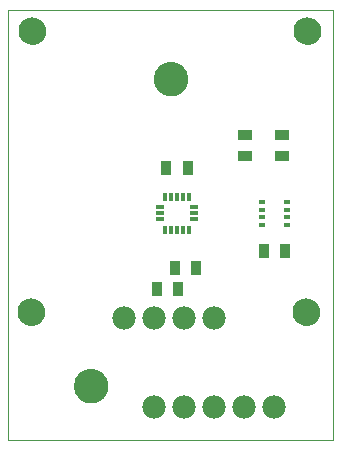
<source format=gts>
G75*
%MOIN*%
%OFA0B0*%
%FSLAX25Y25*%
%IPPOS*%
%LPD*%
%AMOC8*
5,1,8,0,0,1.08239X$1,22.5*
%
%ADD10C,0.00000*%
%ADD11C,0.11424*%
%ADD12C,0.09061*%
%ADD13R,0.05124X0.03550*%
%ADD14C,0.07800*%
%ADD15R,0.03550X0.05124*%
%ADD16R,0.02369X0.01778*%
%ADD17R,0.01502X0.03156*%
%ADD18R,0.03156X0.01502*%
D10*
X0022861Y0024554D02*
X0022861Y0167861D01*
X0131129Y0167861D01*
X0131129Y0024554D01*
X0022861Y0024554D01*
X0044908Y0042664D02*
X0044910Y0042812D01*
X0044916Y0042960D01*
X0044926Y0043108D01*
X0044940Y0043255D01*
X0044958Y0043402D01*
X0044979Y0043548D01*
X0045005Y0043694D01*
X0045035Y0043839D01*
X0045068Y0043983D01*
X0045106Y0044126D01*
X0045147Y0044268D01*
X0045192Y0044409D01*
X0045240Y0044549D01*
X0045293Y0044688D01*
X0045349Y0044825D01*
X0045409Y0044960D01*
X0045472Y0045094D01*
X0045539Y0045226D01*
X0045610Y0045356D01*
X0045684Y0045484D01*
X0045761Y0045610D01*
X0045842Y0045734D01*
X0045926Y0045856D01*
X0046013Y0045975D01*
X0046104Y0046092D01*
X0046198Y0046207D01*
X0046294Y0046319D01*
X0046394Y0046429D01*
X0046496Y0046535D01*
X0046602Y0046639D01*
X0046710Y0046740D01*
X0046821Y0046838D01*
X0046934Y0046934D01*
X0047050Y0047026D01*
X0047168Y0047115D01*
X0047289Y0047200D01*
X0047412Y0047283D01*
X0047537Y0047362D01*
X0047664Y0047438D01*
X0047793Y0047510D01*
X0047924Y0047579D01*
X0048057Y0047644D01*
X0048192Y0047705D01*
X0048328Y0047763D01*
X0048465Y0047818D01*
X0048604Y0047868D01*
X0048745Y0047915D01*
X0048886Y0047958D01*
X0049029Y0047998D01*
X0049173Y0048033D01*
X0049317Y0048065D01*
X0049463Y0048092D01*
X0049609Y0048116D01*
X0049756Y0048136D01*
X0049903Y0048152D01*
X0050050Y0048164D01*
X0050198Y0048172D01*
X0050346Y0048176D01*
X0050494Y0048176D01*
X0050642Y0048172D01*
X0050790Y0048164D01*
X0050937Y0048152D01*
X0051084Y0048136D01*
X0051231Y0048116D01*
X0051377Y0048092D01*
X0051523Y0048065D01*
X0051667Y0048033D01*
X0051811Y0047998D01*
X0051954Y0047958D01*
X0052095Y0047915D01*
X0052236Y0047868D01*
X0052375Y0047818D01*
X0052512Y0047763D01*
X0052648Y0047705D01*
X0052783Y0047644D01*
X0052916Y0047579D01*
X0053047Y0047510D01*
X0053176Y0047438D01*
X0053303Y0047362D01*
X0053428Y0047283D01*
X0053551Y0047200D01*
X0053672Y0047115D01*
X0053790Y0047026D01*
X0053906Y0046934D01*
X0054019Y0046838D01*
X0054130Y0046740D01*
X0054238Y0046639D01*
X0054344Y0046535D01*
X0054446Y0046429D01*
X0054546Y0046319D01*
X0054642Y0046207D01*
X0054736Y0046092D01*
X0054827Y0045975D01*
X0054914Y0045856D01*
X0054998Y0045734D01*
X0055079Y0045610D01*
X0055156Y0045484D01*
X0055230Y0045356D01*
X0055301Y0045226D01*
X0055368Y0045094D01*
X0055431Y0044960D01*
X0055491Y0044825D01*
X0055547Y0044688D01*
X0055600Y0044549D01*
X0055648Y0044409D01*
X0055693Y0044268D01*
X0055734Y0044126D01*
X0055772Y0043983D01*
X0055805Y0043839D01*
X0055835Y0043694D01*
X0055861Y0043548D01*
X0055882Y0043402D01*
X0055900Y0043255D01*
X0055914Y0043108D01*
X0055924Y0042960D01*
X0055930Y0042812D01*
X0055932Y0042664D01*
X0055930Y0042516D01*
X0055924Y0042368D01*
X0055914Y0042220D01*
X0055900Y0042073D01*
X0055882Y0041926D01*
X0055861Y0041780D01*
X0055835Y0041634D01*
X0055805Y0041489D01*
X0055772Y0041345D01*
X0055734Y0041202D01*
X0055693Y0041060D01*
X0055648Y0040919D01*
X0055600Y0040779D01*
X0055547Y0040640D01*
X0055491Y0040503D01*
X0055431Y0040368D01*
X0055368Y0040234D01*
X0055301Y0040102D01*
X0055230Y0039972D01*
X0055156Y0039844D01*
X0055079Y0039718D01*
X0054998Y0039594D01*
X0054914Y0039472D01*
X0054827Y0039353D01*
X0054736Y0039236D01*
X0054642Y0039121D01*
X0054546Y0039009D01*
X0054446Y0038899D01*
X0054344Y0038793D01*
X0054238Y0038689D01*
X0054130Y0038588D01*
X0054019Y0038490D01*
X0053906Y0038394D01*
X0053790Y0038302D01*
X0053672Y0038213D01*
X0053551Y0038128D01*
X0053428Y0038045D01*
X0053303Y0037966D01*
X0053176Y0037890D01*
X0053047Y0037818D01*
X0052916Y0037749D01*
X0052783Y0037684D01*
X0052648Y0037623D01*
X0052512Y0037565D01*
X0052375Y0037510D01*
X0052236Y0037460D01*
X0052095Y0037413D01*
X0051954Y0037370D01*
X0051811Y0037330D01*
X0051667Y0037295D01*
X0051523Y0037263D01*
X0051377Y0037236D01*
X0051231Y0037212D01*
X0051084Y0037192D01*
X0050937Y0037176D01*
X0050790Y0037164D01*
X0050642Y0037156D01*
X0050494Y0037152D01*
X0050346Y0037152D01*
X0050198Y0037156D01*
X0050050Y0037164D01*
X0049903Y0037176D01*
X0049756Y0037192D01*
X0049609Y0037212D01*
X0049463Y0037236D01*
X0049317Y0037263D01*
X0049173Y0037295D01*
X0049029Y0037330D01*
X0048886Y0037370D01*
X0048745Y0037413D01*
X0048604Y0037460D01*
X0048465Y0037510D01*
X0048328Y0037565D01*
X0048192Y0037623D01*
X0048057Y0037684D01*
X0047924Y0037749D01*
X0047793Y0037818D01*
X0047664Y0037890D01*
X0047537Y0037966D01*
X0047412Y0038045D01*
X0047289Y0038128D01*
X0047168Y0038213D01*
X0047050Y0038302D01*
X0046934Y0038394D01*
X0046821Y0038490D01*
X0046710Y0038588D01*
X0046602Y0038689D01*
X0046496Y0038793D01*
X0046394Y0038899D01*
X0046294Y0039009D01*
X0046198Y0039121D01*
X0046104Y0039236D01*
X0046013Y0039353D01*
X0045926Y0039472D01*
X0045842Y0039594D01*
X0045761Y0039718D01*
X0045684Y0039844D01*
X0045610Y0039972D01*
X0045539Y0040102D01*
X0045472Y0040234D01*
X0045409Y0040368D01*
X0045349Y0040503D01*
X0045293Y0040640D01*
X0045240Y0040779D01*
X0045192Y0040919D01*
X0045147Y0041060D01*
X0045106Y0041202D01*
X0045068Y0041345D01*
X0045035Y0041489D01*
X0045005Y0041634D01*
X0044979Y0041780D01*
X0044958Y0041926D01*
X0044940Y0042073D01*
X0044926Y0042220D01*
X0044916Y0042368D01*
X0044910Y0042516D01*
X0044908Y0042664D01*
X0026178Y0067339D02*
X0026180Y0067470D01*
X0026186Y0067602D01*
X0026196Y0067733D01*
X0026210Y0067864D01*
X0026228Y0067994D01*
X0026250Y0068123D01*
X0026275Y0068252D01*
X0026305Y0068380D01*
X0026339Y0068507D01*
X0026376Y0068634D01*
X0026417Y0068758D01*
X0026462Y0068882D01*
X0026511Y0069004D01*
X0026563Y0069125D01*
X0026619Y0069243D01*
X0026679Y0069361D01*
X0026742Y0069476D01*
X0026809Y0069589D01*
X0026879Y0069701D01*
X0026952Y0069810D01*
X0027028Y0069916D01*
X0027108Y0070021D01*
X0027191Y0070123D01*
X0027277Y0070222D01*
X0027366Y0070319D01*
X0027458Y0070413D01*
X0027553Y0070504D01*
X0027650Y0070593D01*
X0027750Y0070678D01*
X0027853Y0070760D01*
X0027958Y0070839D01*
X0028065Y0070915D01*
X0028175Y0070987D01*
X0028287Y0071056D01*
X0028401Y0071122D01*
X0028516Y0071184D01*
X0028634Y0071243D01*
X0028753Y0071298D01*
X0028874Y0071350D01*
X0028997Y0071397D01*
X0029121Y0071441D01*
X0029246Y0071482D01*
X0029372Y0071518D01*
X0029500Y0071551D01*
X0029628Y0071579D01*
X0029757Y0071604D01*
X0029887Y0071625D01*
X0030017Y0071642D01*
X0030148Y0071655D01*
X0030279Y0071664D01*
X0030410Y0071669D01*
X0030542Y0071670D01*
X0030673Y0071667D01*
X0030805Y0071660D01*
X0030936Y0071649D01*
X0031066Y0071634D01*
X0031196Y0071615D01*
X0031326Y0071592D01*
X0031454Y0071566D01*
X0031582Y0071535D01*
X0031709Y0071500D01*
X0031835Y0071462D01*
X0031959Y0071420D01*
X0032083Y0071374D01*
X0032204Y0071324D01*
X0032324Y0071271D01*
X0032443Y0071214D01*
X0032560Y0071154D01*
X0032674Y0071090D01*
X0032787Y0071022D01*
X0032898Y0070951D01*
X0033007Y0070877D01*
X0033113Y0070800D01*
X0033217Y0070719D01*
X0033318Y0070636D01*
X0033417Y0070549D01*
X0033513Y0070459D01*
X0033606Y0070366D01*
X0033697Y0070271D01*
X0033784Y0070173D01*
X0033869Y0070072D01*
X0033950Y0069969D01*
X0034028Y0069863D01*
X0034103Y0069755D01*
X0034175Y0069645D01*
X0034243Y0069533D01*
X0034308Y0069419D01*
X0034369Y0069302D01*
X0034427Y0069184D01*
X0034481Y0069064D01*
X0034532Y0068943D01*
X0034579Y0068820D01*
X0034622Y0068696D01*
X0034661Y0068571D01*
X0034697Y0068444D01*
X0034728Y0068316D01*
X0034756Y0068188D01*
X0034780Y0068059D01*
X0034800Y0067929D01*
X0034816Y0067798D01*
X0034828Y0067667D01*
X0034836Y0067536D01*
X0034840Y0067405D01*
X0034840Y0067273D01*
X0034836Y0067142D01*
X0034828Y0067011D01*
X0034816Y0066880D01*
X0034800Y0066749D01*
X0034780Y0066619D01*
X0034756Y0066490D01*
X0034728Y0066362D01*
X0034697Y0066234D01*
X0034661Y0066107D01*
X0034622Y0065982D01*
X0034579Y0065858D01*
X0034532Y0065735D01*
X0034481Y0065614D01*
X0034427Y0065494D01*
X0034369Y0065376D01*
X0034308Y0065259D01*
X0034243Y0065145D01*
X0034175Y0065033D01*
X0034103Y0064923D01*
X0034028Y0064815D01*
X0033950Y0064709D01*
X0033869Y0064606D01*
X0033784Y0064505D01*
X0033697Y0064407D01*
X0033606Y0064312D01*
X0033513Y0064219D01*
X0033417Y0064129D01*
X0033318Y0064042D01*
X0033217Y0063959D01*
X0033113Y0063878D01*
X0033007Y0063801D01*
X0032898Y0063727D01*
X0032787Y0063656D01*
X0032675Y0063588D01*
X0032560Y0063524D01*
X0032443Y0063464D01*
X0032324Y0063407D01*
X0032204Y0063354D01*
X0032083Y0063304D01*
X0031959Y0063258D01*
X0031835Y0063216D01*
X0031709Y0063178D01*
X0031582Y0063143D01*
X0031454Y0063112D01*
X0031326Y0063086D01*
X0031196Y0063063D01*
X0031066Y0063044D01*
X0030936Y0063029D01*
X0030805Y0063018D01*
X0030673Y0063011D01*
X0030542Y0063008D01*
X0030410Y0063009D01*
X0030279Y0063014D01*
X0030148Y0063023D01*
X0030017Y0063036D01*
X0029887Y0063053D01*
X0029757Y0063074D01*
X0029628Y0063099D01*
X0029500Y0063127D01*
X0029372Y0063160D01*
X0029246Y0063196D01*
X0029121Y0063237D01*
X0028997Y0063281D01*
X0028874Y0063328D01*
X0028753Y0063380D01*
X0028634Y0063435D01*
X0028516Y0063494D01*
X0028401Y0063556D01*
X0028287Y0063622D01*
X0028175Y0063691D01*
X0028065Y0063763D01*
X0027958Y0063839D01*
X0027853Y0063918D01*
X0027750Y0064000D01*
X0027650Y0064085D01*
X0027553Y0064174D01*
X0027458Y0064265D01*
X0027366Y0064359D01*
X0027277Y0064456D01*
X0027191Y0064555D01*
X0027108Y0064657D01*
X0027028Y0064762D01*
X0026952Y0064868D01*
X0026879Y0064977D01*
X0026809Y0065089D01*
X0026742Y0065202D01*
X0026679Y0065317D01*
X0026619Y0065435D01*
X0026563Y0065553D01*
X0026511Y0065674D01*
X0026462Y0065796D01*
X0026417Y0065920D01*
X0026376Y0066044D01*
X0026339Y0066171D01*
X0026305Y0066298D01*
X0026275Y0066426D01*
X0026250Y0066555D01*
X0026228Y0066684D01*
X0026210Y0066814D01*
X0026196Y0066945D01*
X0026186Y0067076D01*
X0026180Y0067208D01*
X0026178Y0067339D01*
X0071483Y0145026D02*
X0071485Y0145174D01*
X0071491Y0145322D01*
X0071501Y0145470D01*
X0071515Y0145617D01*
X0071533Y0145764D01*
X0071554Y0145910D01*
X0071580Y0146056D01*
X0071610Y0146201D01*
X0071643Y0146345D01*
X0071681Y0146488D01*
X0071722Y0146630D01*
X0071767Y0146771D01*
X0071815Y0146911D01*
X0071868Y0147050D01*
X0071924Y0147187D01*
X0071984Y0147322D01*
X0072047Y0147456D01*
X0072114Y0147588D01*
X0072185Y0147718D01*
X0072259Y0147846D01*
X0072336Y0147972D01*
X0072417Y0148096D01*
X0072501Y0148218D01*
X0072588Y0148337D01*
X0072679Y0148454D01*
X0072773Y0148569D01*
X0072869Y0148681D01*
X0072969Y0148791D01*
X0073071Y0148897D01*
X0073177Y0149001D01*
X0073285Y0149102D01*
X0073396Y0149200D01*
X0073509Y0149296D01*
X0073625Y0149388D01*
X0073743Y0149477D01*
X0073864Y0149562D01*
X0073987Y0149645D01*
X0074112Y0149724D01*
X0074239Y0149800D01*
X0074368Y0149872D01*
X0074499Y0149941D01*
X0074632Y0150006D01*
X0074767Y0150067D01*
X0074903Y0150125D01*
X0075040Y0150180D01*
X0075179Y0150230D01*
X0075320Y0150277D01*
X0075461Y0150320D01*
X0075604Y0150360D01*
X0075748Y0150395D01*
X0075892Y0150427D01*
X0076038Y0150454D01*
X0076184Y0150478D01*
X0076331Y0150498D01*
X0076478Y0150514D01*
X0076625Y0150526D01*
X0076773Y0150534D01*
X0076921Y0150538D01*
X0077069Y0150538D01*
X0077217Y0150534D01*
X0077365Y0150526D01*
X0077512Y0150514D01*
X0077659Y0150498D01*
X0077806Y0150478D01*
X0077952Y0150454D01*
X0078098Y0150427D01*
X0078242Y0150395D01*
X0078386Y0150360D01*
X0078529Y0150320D01*
X0078670Y0150277D01*
X0078811Y0150230D01*
X0078950Y0150180D01*
X0079087Y0150125D01*
X0079223Y0150067D01*
X0079358Y0150006D01*
X0079491Y0149941D01*
X0079622Y0149872D01*
X0079751Y0149800D01*
X0079878Y0149724D01*
X0080003Y0149645D01*
X0080126Y0149562D01*
X0080247Y0149477D01*
X0080365Y0149388D01*
X0080481Y0149296D01*
X0080594Y0149200D01*
X0080705Y0149102D01*
X0080813Y0149001D01*
X0080919Y0148897D01*
X0081021Y0148791D01*
X0081121Y0148681D01*
X0081217Y0148569D01*
X0081311Y0148454D01*
X0081402Y0148337D01*
X0081489Y0148218D01*
X0081573Y0148096D01*
X0081654Y0147972D01*
X0081731Y0147846D01*
X0081805Y0147718D01*
X0081876Y0147588D01*
X0081943Y0147456D01*
X0082006Y0147322D01*
X0082066Y0147187D01*
X0082122Y0147050D01*
X0082175Y0146911D01*
X0082223Y0146771D01*
X0082268Y0146630D01*
X0082309Y0146488D01*
X0082347Y0146345D01*
X0082380Y0146201D01*
X0082410Y0146056D01*
X0082436Y0145910D01*
X0082457Y0145764D01*
X0082475Y0145617D01*
X0082489Y0145470D01*
X0082499Y0145322D01*
X0082505Y0145174D01*
X0082507Y0145026D01*
X0082505Y0144878D01*
X0082499Y0144730D01*
X0082489Y0144582D01*
X0082475Y0144435D01*
X0082457Y0144288D01*
X0082436Y0144142D01*
X0082410Y0143996D01*
X0082380Y0143851D01*
X0082347Y0143707D01*
X0082309Y0143564D01*
X0082268Y0143422D01*
X0082223Y0143281D01*
X0082175Y0143141D01*
X0082122Y0143002D01*
X0082066Y0142865D01*
X0082006Y0142730D01*
X0081943Y0142596D01*
X0081876Y0142464D01*
X0081805Y0142334D01*
X0081731Y0142206D01*
X0081654Y0142080D01*
X0081573Y0141956D01*
X0081489Y0141834D01*
X0081402Y0141715D01*
X0081311Y0141598D01*
X0081217Y0141483D01*
X0081121Y0141371D01*
X0081021Y0141261D01*
X0080919Y0141155D01*
X0080813Y0141051D01*
X0080705Y0140950D01*
X0080594Y0140852D01*
X0080481Y0140756D01*
X0080365Y0140664D01*
X0080247Y0140575D01*
X0080126Y0140490D01*
X0080003Y0140407D01*
X0079878Y0140328D01*
X0079751Y0140252D01*
X0079622Y0140180D01*
X0079491Y0140111D01*
X0079358Y0140046D01*
X0079223Y0139985D01*
X0079087Y0139927D01*
X0078950Y0139872D01*
X0078811Y0139822D01*
X0078670Y0139775D01*
X0078529Y0139732D01*
X0078386Y0139692D01*
X0078242Y0139657D01*
X0078098Y0139625D01*
X0077952Y0139598D01*
X0077806Y0139574D01*
X0077659Y0139554D01*
X0077512Y0139538D01*
X0077365Y0139526D01*
X0077217Y0139518D01*
X0077069Y0139514D01*
X0076921Y0139514D01*
X0076773Y0139518D01*
X0076625Y0139526D01*
X0076478Y0139538D01*
X0076331Y0139554D01*
X0076184Y0139574D01*
X0076038Y0139598D01*
X0075892Y0139625D01*
X0075748Y0139657D01*
X0075604Y0139692D01*
X0075461Y0139732D01*
X0075320Y0139775D01*
X0075179Y0139822D01*
X0075040Y0139872D01*
X0074903Y0139927D01*
X0074767Y0139985D01*
X0074632Y0140046D01*
X0074499Y0140111D01*
X0074368Y0140180D01*
X0074239Y0140252D01*
X0074112Y0140328D01*
X0073987Y0140407D01*
X0073864Y0140490D01*
X0073743Y0140575D01*
X0073625Y0140664D01*
X0073509Y0140756D01*
X0073396Y0140852D01*
X0073285Y0140950D01*
X0073177Y0141051D01*
X0073071Y0141155D01*
X0072969Y0141261D01*
X0072869Y0141371D01*
X0072773Y0141483D01*
X0072679Y0141598D01*
X0072588Y0141715D01*
X0072501Y0141834D01*
X0072417Y0141956D01*
X0072336Y0142080D01*
X0072259Y0142206D01*
X0072185Y0142334D01*
X0072114Y0142464D01*
X0072047Y0142596D01*
X0071984Y0142730D01*
X0071924Y0142865D01*
X0071868Y0143002D01*
X0071815Y0143141D01*
X0071767Y0143281D01*
X0071722Y0143422D01*
X0071681Y0143564D01*
X0071643Y0143707D01*
X0071610Y0143851D01*
X0071580Y0143996D01*
X0071554Y0144142D01*
X0071533Y0144288D01*
X0071515Y0144435D01*
X0071501Y0144582D01*
X0071491Y0144730D01*
X0071485Y0144878D01*
X0071483Y0145026D01*
X0026571Y0161040D02*
X0026573Y0161171D01*
X0026579Y0161303D01*
X0026589Y0161434D01*
X0026603Y0161565D01*
X0026621Y0161695D01*
X0026643Y0161824D01*
X0026668Y0161953D01*
X0026698Y0162081D01*
X0026732Y0162208D01*
X0026769Y0162335D01*
X0026810Y0162459D01*
X0026855Y0162583D01*
X0026904Y0162705D01*
X0026956Y0162826D01*
X0027012Y0162944D01*
X0027072Y0163062D01*
X0027135Y0163177D01*
X0027202Y0163290D01*
X0027272Y0163402D01*
X0027345Y0163511D01*
X0027421Y0163617D01*
X0027501Y0163722D01*
X0027584Y0163824D01*
X0027670Y0163923D01*
X0027759Y0164020D01*
X0027851Y0164114D01*
X0027946Y0164205D01*
X0028043Y0164294D01*
X0028143Y0164379D01*
X0028246Y0164461D01*
X0028351Y0164540D01*
X0028458Y0164616D01*
X0028568Y0164688D01*
X0028680Y0164757D01*
X0028794Y0164823D01*
X0028909Y0164885D01*
X0029027Y0164944D01*
X0029146Y0164999D01*
X0029267Y0165051D01*
X0029390Y0165098D01*
X0029514Y0165142D01*
X0029639Y0165183D01*
X0029765Y0165219D01*
X0029893Y0165252D01*
X0030021Y0165280D01*
X0030150Y0165305D01*
X0030280Y0165326D01*
X0030410Y0165343D01*
X0030541Y0165356D01*
X0030672Y0165365D01*
X0030803Y0165370D01*
X0030935Y0165371D01*
X0031066Y0165368D01*
X0031198Y0165361D01*
X0031329Y0165350D01*
X0031459Y0165335D01*
X0031589Y0165316D01*
X0031719Y0165293D01*
X0031847Y0165267D01*
X0031975Y0165236D01*
X0032102Y0165201D01*
X0032228Y0165163D01*
X0032352Y0165121D01*
X0032476Y0165075D01*
X0032597Y0165025D01*
X0032717Y0164972D01*
X0032836Y0164915D01*
X0032953Y0164855D01*
X0033067Y0164791D01*
X0033180Y0164723D01*
X0033291Y0164652D01*
X0033400Y0164578D01*
X0033506Y0164501D01*
X0033610Y0164420D01*
X0033711Y0164337D01*
X0033810Y0164250D01*
X0033906Y0164160D01*
X0033999Y0164067D01*
X0034090Y0163972D01*
X0034177Y0163874D01*
X0034262Y0163773D01*
X0034343Y0163670D01*
X0034421Y0163564D01*
X0034496Y0163456D01*
X0034568Y0163346D01*
X0034636Y0163234D01*
X0034701Y0163120D01*
X0034762Y0163003D01*
X0034820Y0162885D01*
X0034874Y0162765D01*
X0034925Y0162644D01*
X0034972Y0162521D01*
X0035015Y0162397D01*
X0035054Y0162272D01*
X0035090Y0162145D01*
X0035121Y0162017D01*
X0035149Y0161889D01*
X0035173Y0161760D01*
X0035193Y0161630D01*
X0035209Y0161499D01*
X0035221Y0161368D01*
X0035229Y0161237D01*
X0035233Y0161106D01*
X0035233Y0160974D01*
X0035229Y0160843D01*
X0035221Y0160712D01*
X0035209Y0160581D01*
X0035193Y0160450D01*
X0035173Y0160320D01*
X0035149Y0160191D01*
X0035121Y0160063D01*
X0035090Y0159935D01*
X0035054Y0159808D01*
X0035015Y0159683D01*
X0034972Y0159559D01*
X0034925Y0159436D01*
X0034874Y0159315D01*
X0034820Y0159195D01*
X0034762Y0159077D01*
X0034701Y0158960D01*
X0034636Y0158846D01*
X0034568Y0158734D01*
X0034496Y0158624D01*
X0034421Y0158516D01*
X0034343Y0158410D01*
X0034262Y0158307D01*
X0034177Y0158206D01*
X0034090Y0158108D01*
X0033999Y0158013D01*
X0033906Y0157920D01*
X0033810Y0157830D01*
X0033711Y0157743D01*
X0033610Y0157660D01*
X0033506Y0157579D01*
X0033400Y0157502D01*
X0033291Y0157428D01*
X0033180Y0157357D01*
X0033068Y0157289D01*
X0032953Y0157225D01*
X0032836Y0157165D01*
X0032717Y0157108D01*
X0032597Y0157055D01*
X0032476Y0157005D01*
X0032352Y0156959D01*
X0032228Y0156917D01*
X0032102Y0156879D01*
X0031975Y0156844D01*
X0031847Y0156813D01*
X0031719Y0156787D01*
X0031589Y0156764D01*
X0031459Y0156745D01*
X0031329Y0156730D01*
X0031198Y0156719D01*
X0031066Y0156712D01*
X0030935Y0156709D01*
X0030803Y0156710D01*
X0030672Y0156715D01*
X0030541Y0156724D01*
X0030410Y0156737D01*
X0030280Y0156754D01*
X0030150Y0156775D01*
X0030021Y0156800D01*
X0029893Y0156828D01*
X0029765Y0156861D01*
X0029639Y0156897D01*
X0029514Y0156938D01*
X0029390Y0156982D01*
X0029267Y0157029D01*
X0029146Y0157081D01*
X0029027Y0157136D01*
X0028909Y0157195D01*
X0028794Y0157257D01*
X0028680Y0157323D01*
X0028568Y0157392D01*
X0028458Y0157464D01*
X0028351Y0157540D01*
X0028246Y0157619D01*
X0028143Y0157701D01*
X0028043Y0157786D01*
X0027946Y0157875D01*
X0027851Y0157966D01*
X0027759Y0158060D01*
X0027670Y0158157D01*
X0027584Y0158256D01*
X0027501Y0158358D01*
X0027421Y0158463D01*
X0027345Y0158569D01*
X0027272Y0158678D01*
X0027202Y0158790D01*
X0027135Y0158903D01*
X0027072Y0159018D01*
X0027012Y0159136D01*
X0026956Y0159254D01*
X0026904Y0159375D01*
X0026855Y0159497D01*
X0026810Y0159621D01*
X0026769Y0159745D01*
X0026732Y0159872D01*
X0026698Y0159999D01*
X0026668Y0160127D01*
X0026643Y0160256D01*
X0026621Y0160385D01*
X0026603Y0160515D01*
X0026589Y0160646D01*
X0026579Y0160777D01*
X0026573Y0160909D01*
X0026571Y0161040D01*
X0118304Y0161040D02*
X0118306Y0161171D01*
X0118312Y0161303D01*
X0118322Y0161434D01*
X0118336Y0161565D01*
X0118354Y0161695D01*
X0118376Y0161824D01*
X0118401Y0161953D01*
X0118431Y0162081D01*
X0118465Y0162208D01*
X0118502Y0162335D01*
X0118543Y0162459D01*
X0118588Y0162583D01*
X0118637Y0162705D01*
X0118689Y0162826D01*
X0118745Y0162944D01*
X0118805Y0163062D01*
X0118868Y0163177D01*
X0118935Y0163290D01*
X0119005Y0163402D01*
X0119078Y0163511D01*
X0119154Y0163617D01*
X0119234Y0163722D01*
X0119317Y0163824D01*
X0119403Y0163923D01*
X0119492Y0164020D01*
X0119584Y0164114D01*
X0119679Y0164205D01*
X0119776Y0164294D01*
X0119876Y0164379D01*
X0119979Y0164461D01*
X0120084Y0164540D01*
X0120191Y0164616D01*
X0120301Y0164688D01*
X0120413Y0164757D01*
X0120527Y0164823D01*
X0120642Y0164885D01*
X0120760Y0164944D01*
X0120879Y0164999D01*
X0121000Y0165051D01*
X0121123Y0165098D01*
X0121247Y0165142D01*
X0121372Y0165183D01*
X0121498Y0165219D01*
X0121626Y0165252D01*
X0121754Y0165280D01*
X0121883Y0165305D01*
X0122013Y0165326D01*
X0122143Y0165343D01*
X0122274Y0165356D01*
X0122405Y0165365D01*
X0122536Y0165370D01*
X0122668Y0165371D01*
X0122799Y0165368D01*
X0122931Y0165361D01*
X0123062Y0165350D01*
X0123192Y0165335D01*
X0123322Y0165316D01*
X0123452Y0165293D01*
X0123580Y0165267D01*
X0123708Y0165236D01*
X0123835Y0165201D01*
X0123961Y0165163D01*
X0124085Y0165121D01*
X0124209Y0165075D01*
X0124330Y0165025D01*
X0124450Y0164972D01*
X0124569Y0164915D01*
X0124686Y0164855D01*
X0124800Y0164791D01*
X0124913Y0164723D01*
X0125024Y0164652D01*
X0125133Y0164578D01*
X0125239Y0164501D01*
X0125343Y0164420D01*
X0125444Y0164337D01*
X0125543Y0164250D01*
X0125639Y0164160D01*
X0125732Y0164067D01*
X0125823Y0163972D01*
X0125910Y0163874D01*
X0125995Y0163773D01*
X0126076Y0163670D01*
X0126154Y0163564D01*
X0126229Y0163456D01*
X0126301Y0163346D01*
X0126369Y0163234D01*
X0126434Y0163120D01*
X0126495Y0163003D01*
X0126553Y0162885D01*
X0126607Y0162765D01*
X0126658Y0162644D01*
X0126705Y0162521D01*
X0126748Y0162397D01*
X0126787Y0162272D01*
X0126823Y0162145D01*
X0126854Y0162017D01*
X0126882Y0161889D01*
X0126906Y0161760D01*
X0126926Y0161630D01*
X0126942Y0161499D01*
X0126954Y0161368D01*
X0126962Y0161237D01*
X0126966Y0161106D01*
X0126966Y0160974D01*
X0126962Y0160843D01*
X0126954Y0160712D01*
X0126942Y0160581D01*
X0126926Y0160450D01*
X0126906Y0160320D01*
X0126882Y0160191D01*
X0126854Y0160063D01*
X0126823Y0159935D01*
X0126787Y0159808D01*
X0126748Y0159683D01*
X0126705Y0159559D01*
X0126658Y0159436D01*
X0126607Y0159315D01*
X0126553Y0159195D01*
X0126495Y0159077D01*
X0126434Y0158960D01*
X0126369Y0158846D01*
X0126301Y0158734D01*
X0126229Y0158624D01*
X0126154Y0158516D01*
X0126076Y0158410D01*
X0125995Y0158307D01*
X0125910Y0158206D01*
X0125823Y0158108D01*
X0125732Y0158013D01*
X0125639Y0157920D01*
X0125543Y0157830D01*
X0125444Y0157743D01*
X0125343Y0157660D01*
X0125239Y0157579D01*
X0125133Y0157502D01*
X0125024Y0157428D01*
X0124913Y0157357D01*
X0124801Y0157289D01*
X0124686Y0157225D01*
X0124569Y0157165D01*
X0124450Y0157108D01*
X0124330Y0157055D01*
X0124209Y0157005D01*
X0124085Y0156959D01*
X0123961Y0156917D01*
X0123835Y0156879D01*
X0123708Y0156844D01*
X0123580Y0156813D01*
X0123452Y0156787D01*
X0123322Y0156764D01*
X0123192Y0156745D01*
X0123062Y0156730D01*
X0122931Y0156719D01*
X0122799Y0156712D01*
X0122668Y0156709D01*
X0122536Y0156710D01*
X0122405Y0156715D01*
X0122274Y0156724D01*
X0122143Y0156737D01*
X0122013Y0156754D01*
X0121883Y0156775D01*
X0121754Y0156800D01*
X0121626Y0156828D01*
X0121498Y0156861D01*
X0121372Y0156897D01*
X0121247Y0156938D01*
X0121123Y0156982D01*
X0121000Y0157029D01*
X0120879Y0157081D01*
X0120760Y0157136D01*
X0120642Y0157195D01*
X0120527Y0157257D01*
X0120413Y0157323D01*
X0120301Y0157392D01*
X0120191Y0157464D01*
X0120084Y0157540D01*
X0119979Y0157619D01*
X0119876Y0157701D01*
X0119776Y0157786D01*
X0119679Y0157875D01*
X0119584Y0157966D01*
X0119492Y0158060D01*
X0119403Y0158157D01*
X0119317Y0158256D01*
X0119234Y0158358D01*
X0119154Y0158463D01*
X0119078Y0158569D01*
X0119005Y0158678D01*
X0118935Y0158790D01*
X0118868Y0158903D01*
X0118805Y0159018D01*
X0118745Y0159136D01*
X0118689Y0159254D01*
X0118637Y0159375D01*
X0118588Y0159497D01*
X0118543Y0159621D01*
X0118502Y0159745D01*
X0118465Y0159872D01*
X0118431Y0159999D01*
X0118401Y0160127D01*
X0118376Y0160256D01*
X0118354Y0160385D01*
X0118336Y0160515D01*
X0118322Y0160646D01*
X0118312Y0160777D01*
X0118306Y0160909D01*
X0118304Y0161040D01*
X0117910Y0067339D02*
X0117912Y0067470D01*
X0117918Y0067602D01*
X0117928Y0067733D01*
X0117942Y0067864D01*
X0117960Y0067994D01*
X0117982Y0068123D01*
X0118007Y0068252D01*
X0118037Y0068380D01*
X0118071Y0068507D01*
X0118108Y0068634D01*
X0118149Y0068758D01*
X0118194Y0068882D01*
X0118243Y0069004D01*
X0118295Y0069125D01*
X0118351Y0069243D01*
X0118411Y0069361D01*
X0118474Y0069476D01*
X0118541Y0069589D01*
X0118611Y0069701D01*
X0118684Y0069810D01*
X0118760Y0069916D01*
X0118840Y0070021D01*
X0118923Y0070123D01*
X0119009Y0070222D01*
X0119098Y0070319D01*
X0119190Y0070413D01*
X0119285Y0070504D01*
X0119382Y0070593D01*
X0119482Y0070678D01*
X0119585Y0070760D01*
X0119690Y0070839D01*
X0119797Y0070915D01*
X0119907Y0070987D01*
X0120019Y0071056D01*
X0120133Y0071122D01*
X0120248Y0071184D01*
X0120366Y0071243D01*
X0120485Y0071298D01*
X0120606Y0071350D01*
X0120729Y0071397D01*
X0120853Y0071441D01*
X0120978Y0071482D01*
X0121104Y0071518D01*
X0121232Y0071551D01*
X0121360Y0071579D01*
X0121489Y0071604D01*
X0121619Y0071625D01*
X0121749Y0071642D01*
X0121880Y0071655D01*
X0122011Y0071664D01*
X0122142Y0071669D01*
X0122274Y0071670D01*
X0122405Y0071667D01*
X0122537Y0071660D01*
X0122668Y0071649D01*
X0122798Y0071634D01*
X0122928Y0071615D01*
X0123058Y0071592D01*
X0123186Y0071566D01*
X0123314Y0071535D01*
X0123441Y0071500D01*
X0123567Y0071462D01*
X0123691Y0071420D01*
X0123815Y0071374D01*
X0123936Y0071324D01*
X0124056Y0071271D01*
X0124175Y0071214D01*
X0124292Y0071154D01*
X0124406Y0071090D01*
X0124519Y0071022D01*
X0124630Y0070951D01*
X0124739Y0070877D01*
X0124845Y0070800D01*
X0124949Y0070719D01*
X0125050Y0070636D01*
X0125149Y0070549D01*
X0125245Y0070459D01*
X0125338Y0070366D01*
X0125429Y0070271D01*
X0125516Y0070173D01*
X0125601Y0070072D01*
X0125682Y0069969D01*
X0125760Y0069863D01*
X0125835Y0069755D01*
X0125907Y0069645D01*
X0125975Y0069533D01*
X0126040Y0069419D01*
X0126101Y0069302D01*
X0126159Y0069184D01*
X0126213Y0069064D01*
X0126264Y0068943D01*
X0126311Y0068820D01*
X0126354Y0068696D01*
X0126393Y0068571D01*
X0126429Y0068444D01*
X0126460Y0068316D01*
X0126488Y0068188D01*
X0126512Y0068059D01*
X0126532Y0067929D01*
X0126548Y0067798D01*
X0126560Y0067667D01*
X0126568Y0067536D01*
X0126572Y0067405D01*
X0126572Y0067273D01*
X0126568Y0067142D01*
X0126560Y0067011D01*
X0126548Y0066880D01*
X0126532Y0066749D01*
X0126512Y0066619D01*
X0126488Y0066490D01*
X0126460Y0066362D01*
X0126429Y0066234D01*
X0126393Y0066107D01*
X0126354Y0065982D01*
X0126311Y0065858D01*
X0126264Y0065735D01*
X0126213Y0065614D01*
X0126159Y0065494D01*
X0126101Y0065376D01*
X0126040Y0065259D01*
X0125975Y0065145D01*
X0125907Y0065033D01*
X0125835Y0064923D01*
X0125760Y0064815D01*
X0125682Y0064709D01*
X0125601Y0064606D01*
X0125516Y0064505D01*
X0125429Y0064407D01*
X0125338Y0064312D01*
X0125245Y0064219D01*
X0125149Y0064129D01*
X0125050Y0064042D01*
X0124949Y0063959D01*
X0124845Y0063878D01*
X0124739Y0063801D01*
X0124630Y0063727D01*
X0124519Y0063656D01*
X0124407Y0063588D01*
X0124292Y0063524D01*
X0124175Y0063464D01*
X0124056Y0063407D01*
X0123936Y0063354D01*
X0123815Y0063304D01*
X0123691Y0063258D01*
X0123567Y0063216D01*
X0123441Y0063178D01*
X0123314Y0063143D01*
X0123186Y0063112D01*
X0123058Y0063086D01*
X0122928Y0063063D01*
X0122798Y0063044D01*
X0122668Y0063029D01*
X0122537Y0063018D01*
X0122405Y0063011D01*
X0122274Y0063008D01*
X0122142Y0063009D01*
X0122011Y0063014D01*
X0121880Y0063023D01*
X0121749Y0063036D01*
X0121619Y0063053D01*
X0121489Y0063074D01*
X0121360Y0063099D01*
X0121232Y0063127D01*
X0121104Y0063160D01*
X0120978Y0063196D01*
X0120853Y0063237D01*
X0120729Y0063281D01*
X0120606Y0063328D01*
X0120485Y0063380D01*
X0120366Y0063435D01*
X0120248Y0063494D01*
X0120133Y0063556D01*
X0120019Y0063622D01*
X0119907Y0063691D01*
X0119797Y0063763D01*
X0119690Y0063839D01*
X0119585Y0063918D01*
X0119482Y0064000D01*
X0119382Y0064085D01*
X0119285Y0064174D01*
X0119190Y0064265D01*
X0119098Y0064359D01*
X0119009Y0064456D01*
X0118923Y0064555D01*
X0118840Y0064657D01*
X0118760Y0064762D01*
X0118684Y0064868D01*
X0118611Y0064977D01*
X0118541Y0065089D01*
X0118474Y0065202D01*
X0118411Y0065317D01*
X0118351Y0065435D01*
X0118295Y0065553D01*
X0118243Y0065674D01*
X0118194Y0065796D01*
X0118149Y0065920D01*
X0118108Y0066044D01*
X0118071Y0066171D01*
X0118037Y0066298D01*
X0118007Y0066426D01*
X0117982Y0066555D01*
X0117960Y0066684D01*
X0117942Y0066814D01*
X0117928Y0066945D01*
X0117918Y0067076D01*
X0117912Y0067208D01*
X0117910Y0067339D01*
D11*
X0050420Y0042664D03*
X0076995Y0145026D03*
D12*
X0122635Y0161040D03*
X0122241Y0067339D03*
X0030902Y0161040D03*
X0030509Y0067339D03*
D13*
X0101896Y0119140D03*
X0101896Y0126227D03*
X0114140Y0126227D03*
X0114140Y0119140D03*
D14*
X0091640Y0065184D03*
X0081640Y0065184D03*
X0071640Y0065184D03*
X0061640Y0065184D03*
X0071640Y0035784D03*
X0081640Y0035784D03*
X0091640Y0035784D03*
X0101640Y0035784D03*
X0111640Y0035784D03*
D15*
X0079584Y0074884D03*
X0072497Y0074884D03*
X0078397Y0082134D03*
X0085484Y0082134D03*
X0108097Y0087684D03*
X0115184Y0087684D03*
X0082684Y0115184D03*
X0075597Y0115184D03*
D16*
X0107605Y0104022D03*
X0107605Y0101463D03*
X0107605Y0098904D03*
X0107605Y0096345D03*
X0115676Y0096345D03*
X0115676Y0098904D03*
X0115676Y0101463D03*
X0115676Y0104022D03*
D17*
X0083077Y0105696D03*
X0081109Y0105696D03*
X0079140Y0105696D03*
X0077172Y0105696D03*
X0075203Y0105696D03*
X0075203Y0094672D03*
X0077172Y0094672D03*
X0079140Y0094672D03*
X0081109Y0094672D03*
X0083077Y0094672D03*
D18*
X0084652Y0098215D03*
X0084652Y0100184D03*
X0084652Y0102152D03*
X0073629Y0102152D03*
X0073629Y0100184D03*
X0073629Y0098215D03*
M02*

</source>
